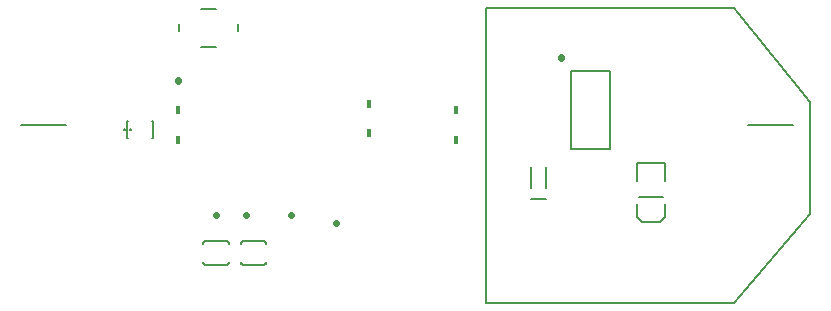
<source format=gbo>
G75*
%MOIN*%
%OFA0B0*%
%FSLAX25Y25*%
%IPPOS*%
%LPD*%
%AMOC8*
5,1,8,0,0,1.08239X$1,22.5*
%
%ADD10C,0.00500*%
%ADD11C,0.00800*%
%ADD12C,0.02200*%
%ADD13R,0.01800X0.03000*%
D10*
X0260882Y0129287D02*
X0343559Y0129287D01*
X0369150Y0158815D01*
X0369150Y0196217D01*
X0343559Y0227713D01*
X0260882Y0227713D01*
X0260882Y0129287D01*
X0312000Y0164500D02*
X0320000Y0164500D01*
X0142374Y0187200D02*
X0142376Y0187226D01*
X0142382Y0187252D01*
X0142391Y0187276D01*
X0142405Y0187299D01*
X0142421Y0187320D01*
X0142440Y0187338D01*
X0142462Y0187352D01*
X0142486Y0187364D01*
X0142511Y0187372D01*
X0142537Y0187376D01*
X0142563Y0187376D01*
X0142589Y0187372D01*
X0142614Y0187364D01*
X0142638Y0187352D01*
X0142660Y0187338D01*
X0142679Y0187320D01*
X0142695Y0187299D01*
X0142709Y0187276D01*
X0142718Y0187252D01*
X0142724Y0187226D01*
X0142726Y0187200D01*
X0142724Y0187174D01*
X0142718Y0187148D01*
X0142709Y0187124D01*
X0142695Y0187101D01*
X0142679Y0187080D01*
X0142660Y0187062D01*
X0142638Y0187048D01*
X0142614Y0187036D01*
X0142589Y0187028D01*
X0142563Y0187024D01*
X0142537Y0187024D01*
X0142511Y0187028D01*
X0142486Y0187036D01*
X0142462Y0187048D01*
X0142440Y0187062D01*
X0142421Y0187080D01*
X0142405Y0187101D01*
X0142391Y0187124D01*
X0142382Y0187148D01*
X0142376Y0187174D01*
X0142374Y0187200D01*
X0140406Y0187200D02*
X0140408Y0187226D01*
X0140414Y0187252D01*
X0140423Y0187276D01*
X0140437Y0187299D01*
X0140453Y0187320D01*
X0140472Y0187338D01*
X0140494Y0187352D01*
X0140518Y0187364D01*
X0140543Y0187372D01*
X0140569Y0187376D01*
X0140595Y0187376D01*
X0140621Y0187372D01*
X0140646Y0187364D01*
X0140670Y0187352D01*
X0140692Y0187338D01*
X0140711Y0187320D01*
X0140727Y0187299D01*
X0140741Y0187276D01*
X0140750Y0187252D01*
X0140756Y0187226D01*
X0140758Y0187200D01*
X0140756Y0187174D01*
X0140750Y0187148D01*
X0140741Y0187124D01*
X0140727Y0187101D01*
X0140711Y0187080D01*
X0140692Y0187062D01*
X0140670Y0187048D01*
X0140646Y0187036D01*
X0140621Y0187028D01*
X0140595Y0187024D01*
X0140569Y0187024D01*
X0140543Y0187028D01*
X0140518Y0187036D01*
X0140494Y0187048D01*
X0140472Y0187062D01*
X0140453Y0187080D01*
X0140437Y0187101D01*
X0140423Y0187124D01*
X0140414Y0187148D01*
X0140408Y0187174D01*
X0140406Y0187200D01*
D11*
X0167750Y0142000D02*
X0174250Y0142000D01*
X0174310Y0142002D01*
X0174371Y0142007D01*
X0174430Y0142016D01*
X0174489Y0142029D01*
X0174548Y0142045D01*
X0174605Y0142065D01*
X0174660Y0142088D01*
X0174715Y0142115D01*
X0174767Y0142144D01*
X0174818Y0142177D01*
X0174867Y0142213D01*
X0174913Y0142251D01*
X0174957Y0142293D01*
X0174999Y0142337D01*
X0175037Y0142383D01*
X0175073Y0142432D01*
X0175106Y0142483D01*
X0175135Y0142535D01*
X0175162Y0142590D01*
X0175185Y0142645D01*
X0175205Y0142702D01*
X0175221Y0142761D01*
X0175234Y0142820D01*
X0175243Y0142879D01*
X0175248Y0142940D01*
X0175250Y0143000D01*
X0179250Y0143000D02*
X0179252Y0142940D01*
X0179257Y0142879D01*
X0179266Y0142820D01*
X0179279Y0142761D01*
X0179295Y0142702D01*
X0179315Y0142645D01*
X0179338Y0142590D01*
X0179365Y0142535D01*
X0179394Y0142483D01*
X0179427Y0142432D01*
X0179463Y0142383D01*
X0179501Y0142337D01*
X0179543Y0142293D01*
X0179587Y0142251D01*
X0179633Y0142213D01*
X0179682Y0142177D01*
X0179733Y0142144D01*
X0179785Y0142115D01*
X0179840Y0142088D01*
X0179895Y0142065D01*
X0179952Y0142045D01*
X0180011Y0142029D01*
X0180070Y0142016D01*
X0180129Y0142007D01*
X0180190Y0142002D01*
X0180250Y0142000D01*
X0186750Y0142000D01*
X0186810Y0142002D01*
X0186871Y0142007D01*
X0186930Y0142016D01*
X0186989Y0142029D01*
X0187048Y0142045D01*
X0187105Y0142065D01*
X0187160Y0142088D01*
X0187215Y0142115D01*
X0187267Y0142144D01*
X0187318Y0142177D01*
X0187367Y0142213D01*
X0187413Y0142251D01*
X0187457Y0142293D01*
X0187499Y0142337D01*
X0187537Y0142383D01*
X0187573Y0142432D01*
X0187606Y0142483D01*
X0187635Y0142535D01*
X0187662Y0142590D01*
X0187685Y0142645D01*
X0187705Y0142702D01*
X0187721Y0142761D01*
X0187734Y0142820D01*
X0187743Y0142879D01*
X0187748Y0142940D01*
X0187750Y0143000D01*
X0187750Y0149000D02*
X0187748Y0149060D01*
X0187743Y0149121D01*
X0187734Y0149180D01*
X0187721Y0149239D01*
X0187705Y0149298D01*
X0187685Y0149355D01*
X0187662Y0149410D01*
X0187635Y0149465D01*
X0187606Y0149517D01*
X0187573Y0149568D01*
X0187537Y0149617D01*
X0187499Y0149663D01*
X0187457Y0149707D01*
X0187413Y0149749D01*
X0187367Y0149787D01*
X0187318Y0149823D01*
X0187267Y0149856D01*
X0187215Y0149885D01*
X0187160Y0149912D01*
X0187105Y0149935D01*
X0187048Y0149955D01*
X0186989Y0149971D01*
X0186930Y0149984D01*
X0186871Y0149993D01*
X0186810Y0149998D01*
X0186750Y0150000D01*
X0180250Y0150000D01*
X0180190Y0149998D01*
X0180129Y0149993D01*
X0180070Y0149984D01*
X0180011Y0149971D01*
X0179952Y0149955D01*
X0179895Y0149935D01*
X0179840Y0149912D01*
X0179785Y0149885D01*
X0179733Y0149856D01*
X0179682Y0149823D01*
X0179633Y0149787D01*
X0179587Y0149749D01*
X0179543Y0149707D01*
X0179501Y0149663D01*
X0179463Y0149617D01*
X0179427Y0149568D01*
X0179394Y0149517D01*
X0179365Y0149465D01*
X0179338Y0149410D01*
X0179315Y0149355D01*
X0179295Y0149298D01*
X0179279Y0149239D01*
X0179266Y0149180D01*
X0179257Y0149121D01*
X0179252Y0149060D01*
X0179250Y0149000D01*
X0175250Y0149000D02*
X0175248Y0149060D01*
X0175243Y0149121D01*
X0175234Y0149180D01*
X0175221Y0149239D01*
X0175205Y0149298D01*
X0175185Y0149355D01*
X0175162Y0149410D01*
X0175135Y0149465D01*
X0175106Y0149517D01*
X0175073Y0149568D01*
X0175037Y0149617D01*
X0174999Y0149663D01*
X0174957Y0149707D01*
X0174913Y0149749D01*
X0174867Y0149787D01*
X0174818Y0149823D01*
X0174767Y0149856D01*
X0174715Y0149885D01*
X0174660Y0149912D01*
X0174605Y0149935D01*
X0174548Y0149955D01*
X0174489Y0149971D01*
X0174430Y0149984D01*
X0174371Y0149993D01*
X0174310Y0149998D01*
X0174250Y0150000D01*
X0167750Y0150000D01*
X0167690Y0149998D01*
X0167629Y0149993D01*
X0167570Y0149984D01*
X0167511Y0149971D01*
X0167452Y0149955D01*
X0167395Y0149935D01*
X0167340Y0149912D01*
X0167285Y0149885D01*
X0167233Y0149856D01*
X0167182Y0149823D01*
X0167133Y0149787D01*
X0167087Y0149749D01*
X0167043Y0149707D01*
X0167001Y0149663D01*
X0166963Y0149617D01*
X0166927Y0149568D01*
X0166894Y0149517D01*
X0166865Y0149465D01*
X0166838Y0149410D01*
X0166815Y0149355D01*
X0166795Y0149298D01*
X0166779Y0149239D01*
X0166766Y0149180D01*
X0166757Y0149121D01*
X0166752Y0149060D01*
X0166750Y0149000D01*
X0166750Y0143000D02*
X0166752Y0142940D01*
X0166757Y0142879D01*
X0166766Y0142820D01*
X0166779Y0142761D01*
X0166795Y0142702D01*
X0166815Y0142645D01*
X0166838Y0142590D01*
X0166865Y0142535D01*
X0166894Y0142483D01*
X0166927Y0142432D01*
X0166963Y0142383D01*
X0167001Y0142337D01*
X0167043Y0142293D01*
X0167087Y0142251D01*
X0167133Y0142213D01*
X0167182Y0142177D01*
X0167233Y0142144D01*
X0167285Y0142115D01*
X0167340Y0142088D01*
X0167395Y0142065D01*
X0167452Y0142045D01*
X0167511Y0142029D01*
X0167570Y0142016D01*
X0167629Y0142007D01*
X0167690Y0142002D01*
X0167750Y0142000D01*
X0150031Y0184346D02*
X0149637Y0184346D01*
X0150031Y0184346D02*
X0150031Y0190054D01*
X0149637Y0190054D01*
X0141763Y0190054D02*
X0141369Y0190054D01*
X0141369Y0184346D01*
X0141763Y0184346D01*
X0121000Y0188500D02*
X0106000Y0188500D01*
X0158657Y0219819D02*
X0158657Y0222181D01*
X0166138Y0227299D02*
X0170862Y0227299D01*
X0178343Y0222181D02*
X0178343Y0219819D01*
X0170862Y0214701D02*
X0166138Y0214701D01*
X0276039Y0174543D02*
X0276039Y0167457D01*
X0276039Y0164031D02*
X0280961Y0164031D01*
X0280961Y0167457D02*
X0280961Y0174543D01*
X0289500Y0180600D02*
X0302500Y0180600D01*
X0302500Y0206400D01*
X0289500Y0206400D01*
X0289500Y0180600D01*
X0311276Y0175843D02*
X0311276Y0169937D01*
X0320724Y0169937D02*
X0320724Y0175843D01*
X0311276Y0175843D01*
X0311276Y0162063D02*
X0311276Y0157732D01*
X0312850Y0156157D01*
X0319150Y0156157D01*
X0320724Y0157732D01*
X0320724Y0162063D01*
X0348500Y0188500D02*
X0363500Y0188500D01*
D12*
X0286000Y0210880D02*
X0286000Y0211120D01*
X0211120Y0156000D02*
X0210880Y0156000D01*
X0196120Y0158500D02*
X0195880Y0158500D01*
X0181120Y0158500D02*
X0180880Y0158500D01*
X0171120Y0158500D02*
X0170880Y0158500D01*
X0158500Y0203380D02*
X0158500Y0203620D01*
D13*
X0158500Y0193500D03*
X0158500Y0183500D03*
X0222100Y0185800D03*
X0222100Y0195600D03*
X0251000Y0193500D03*
X0251000Y0183500D03*
M02*

</source>
